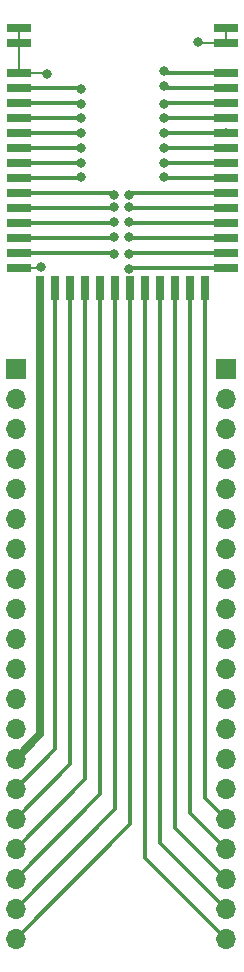
<source format=gbr>
G04 #@! TF.GenerationSoftware,KiCad,Pcbnew,(5.1.5-0-10_14)*
G04 #@! TF.CreationDate,2020-04-30T13:13:03+04:00*
G04 #@! TF.ProjectId,E73-2G4M04S1B-Breakout,4537332d-3247-4344-9d30-345331422d42,A1*
G04 #@! TF.SameCoordinates,Original*
G04 #@! TF.FileFunction,Copper,L1,Top*
G04 #@! TF.FilePolarity,Positive*
%FSLAX46Y46*%
G04 Gerber Fmt 4.6, Leading zero omitted, Abs format (unit mm)*
G04 Created by KiCad (PCBNEW (5.1.5-0-10_14)) date 2020-04-30 13:13:03*
%MOMM*%
%LPD*%
G04 APERTURE LIST*
%ADD10R,2.000000X0.800000*%
%ADD11R,0.800000X2.000000*%
%ADD12O,1.700000X1.700000*%
%ADD13R,1.700000X1.700000*%
%ADD14C,0.800000*%
%ADD15C,0.300000*%
%ADD16C,0.700000*%
%ADD17C,0.127000*%
G04 APERTURE END LIST*
D10*
X161500000Y-72170000D03*
X161500000Y-73440000D03*
X161500000Y-70900000D03*
X161500000Y-69630000D03*
X161500000Y-67090000D03*
X161500000Y-65830000D03*
X161500000Y-82340000D03*
X161500000Y-83610000D03*
X161500000Y-84880000D03*
X161500000Y-86150000D03*
D11*
X159740000Y-87900000D03*
X158470000Y-87900000D03*
X157200000Y-87900000D03*
X155930000Y-87900000D03*
X154660000Y-87900000D03*
X153390000Y-87900000D03*
X152120000Y-87900000D03*
X150850000Y-87900000D03*
X149580000Y-87900000D03*
X148310000Y-87900000D03*
X147040000Y-87900000D03*
X145770000Y-87900000D03*
D10*
X144000000Y-86150000D03*
X144000000Y-84880000D03*
X144000000Y-83610000D03*
X144000000Y-82340000D03*
X144000000Y-81070000D03*
X144000000Y-79800000D03*
X144000000Y-78530000D03*
X144000000Y-75990000D03*
X144000000Y-77260000D03*
X144000000Y-74720000D03*
X144000000Y-73450000D03*
X144000000Y-72180000D03*
X144000000Y-70910000D03*
X144000000Y-69640000D03*
X144000000Y-67100000D03*
X144000000Y-65830000D03*
X161500000Y-77250000D03*
X161500000Y-78520000D03*
X161500000Y-75980000D03*
X161500000Y-74710000D03*
X161500000Y-79790000D03*
X161500000Y-81060000D03*
D12*
X143700000Y-142960000D03*
X143700000Y-140420000D03*
X143700000Y-137880000D03*
X143700000Y-135340000D03*
X143700000Y-132800000D03*
X143700000Y-130260000D03*
X143700000Y-127720000D03*
X143700000Y-125180000D03*
X143700000Y-122640000D03*
X143700000Y-120100000D03*
X143700000Y-117560000D03*
X143700000Y-115020000D03*
X143700000Y-112480000D03*
X143700000Y-109940000D03*
X143700000Y-107400000D03*
X143700000Y-104860000D03*
X143700000Y-102320000D03*
X143700000Y-99780000D03*
X143700000Y-97240000D03*
D13*
X143700000Y-94700000D03*
X161500000Y-94700000D03*
D12*
X161500000Y-97240000D03*
X161500000Y-99780000D03*
X161500000Y-102320000D03*
X161500000Y-104860000D03*
X161500000Y-107400000D03*
X161500000Y-109940000D03*
X161500000Y-112480000D03*
X161500000Y-115020000D03*
X161500000Y-117560000D03*
X161500000Y-120100000D03*
X161500000Y-122640000D03*
X161500000Y-125180000D03*
X161500000Y-127720000D03*
X161500000Y-130260000D03*
X161500000Y-132800000D03*
X161500000Y-135340000D03*
X161500000Y-137880000D03*
X161500000Y-140420000D03*
X161500000Y-142960000D03*
D14*
X146350000Y-69750000D03*
X159100000Y-67050000D03*
X145800000Y-86100000D03*
X152000000Y-85000000D03*
X152000000Y-83500000D03*
X152000000Y-82250000D03*
X152000000Y-81000000D03*
X152000000Y-80000000D03*
X149250000Y-78500000D03*
X149250000Y-77250000D03*
X149250000Y-76000000D03*
X149250000Y-74750000D03*
X149250000Y-73500000D03*
X149250000Y-72250000D03*
X149250000Y-71000000D03*
X156250000Y-69500000D03*
X156250000Y-70750000D03*
X156250000Y-72250000D03*
X156250000Y-73500000D03*
X156250000Y-74750000D03*
X156250000Y-76000000D03*
X156250000Y-77250000D03*
X156250000Y-78500000D03*
X153250000Y-80000000D03*
X153250000Y-81000000D03*
X153250000Y-82250000D03*
X153250000Y-83500000D03*
X153250000Y-85000000D03*
X153250000Y-86250000D03*
D15*
X153390000Y-133270000D02*
X143700000Y-142960000D01*
X153390000Y-87900000D02*
X153390000Y-133270000D01*
X152120000Y-132000000D02*
X143700000Y-140420000D01*
X152120000Y-87900000D02*
X152120000Y-132000000D01*
X150850000Y-130730000D02*
X143700000Y-137880000D01*
X150850000Y-87900000D02*
X150850000Y-130730000D01*
X149580000Y-129460000D02*
X143700000Y-135340000D01*
X149580000Y-87900000D02*
X149580000Y-129460000D01*
X148310000Y-128190000D02*
X143700000Y-132800000D01*
X148310000Y-87900000D02*
X148310000Y-128190000D01*
X147040000Y-126920000D02*
X143700000Y-130260000D01*
X147040000Y-87900000D02*
X147040000Y-126920000D01*
D16*
X145770000Y-125650000D02*
X143700000Y-127720000D01*
X145770000Y-87900000D02*
X145770000Y-125650000D01*
D17*
X144000000Y-69113000D02*
X144000000Y-67100000D01*
X144000000Y-69640000D02*
X144000000Y-69113000D01*
X144000000Y-66573000D02*
X144000000Y-65830000D01*
X144000000Y-67100000D02*
X144000000Y-66573000D01*
X146240000Y-69640000D02*
X146350000Y-69750000D01*
X144000000Y-69640000D02*
X146240000Y-69640000D01*
X161500000Y-65830000D02*
X161500000Y-67090000D01*
X159140000Y-67090000D02*
X159100000Y-67050000D01*
X161500000Y-67090000D02*
X159140000Y-67090000D01*
X145750000Y-86150000D02*
X145800000Y-86100000D01*
X144000000Y-86150000D02*
X145750000Y-86150000D01*
D15*
X151880000Y-84880000D02*
X152000000Y-85000000D01*
X144000000Y-84880000D02*
X151880000Y-84880000D01*
X151890000Y-83610000D02*
X152000000Y-83500000D01*
X144000000Y-83610000D02*
X151890000Y-83610000D01*
X151910000Y-82340000D02*
X152000000Y-82250000D01*
X144000000Y-82340000D02*
X151910000Y-82340000D01*
X151930000Y-81070000D02*
X152000000Y-81000000D01*
X144000000Y-81070000D02*
X151930000Y-81070000D01*
X151800000Y-79800000D02*
X152000000Y-80000000D01*
X144000000Y-79800000D02*
X151800000Y-79800000D01*
X149220000Y-78530000D02*
X149250000Y-78500000D01*
X144000000Y-78530000D02*
X149220000Y-78530000D01*
X149240000Y-77260000D02*
X149250000Y-77250000D01*
X144000000Y-77260000D02*
X149240000Y-77260000D01*
X149240000Y-75990000D02*
X149250000Y-76000000D01*
X144000000Y-75990000D02*
X149240000Y-75990000D01*
X149220000Y-74720000D02*
X149250000Y-74750000D01*
X144000000Y-74720000D02*
X149220000Y-74720000D01*
X149200000Y-73450000D02*
X149250000Y-73500000D01*
X144000000Y-73450000D02*
X149200000Y-73450000D01*
X149180000Y-72180000D02*
X149250000Y-72250000D01*
X144000000Y-72180000D02*
X149180000Y-72180000D01*
X149160000Y-70910000D02*
X149250000Y-71000000D01*
X144000000Y-70910000D02*
X149160000Y-70910000D01*
X156380000Y-69630000D02*
X156250000Y-69500000D01*
X161500000Y-69630000D02*
X156380000Y-69630000D01*
X156400000Y-70900000D02*
X156250000Y-70750000D01*
X161500000Y-70900000D02*
X156400000Y-70900000D01*
X156330000Y-72170000D02*
X156250000Y-72250000D01*
X161500000Y-72170000D02*
X156330000Y-72170000D01*
X156310000Y-73440000D02*
X156250000Y-73500000D01*
X161500000Y-73440000D02*
X156310000Y-73440000D01*
X161500000Y-74710000D02*
X161500000Y-74500000D01*
X156290000Y-74710000D02*
X156250000Y-74750000D01*
X161500000Y-74710000D02*
X156290000Y-74710000D01*
X156270000Y-75980000D02*
X156250000Y-76000000D01*
X161500000Y-75980000D02*
X156270000Y-75980000D01*
X161500000Y-77250000D02*
X156250000Y-77250000D01*
X156270000Y-78520000D02*
X156250000Y-78500000D01*
X161500000Y-78520000D02*
X156270000Y-78520000D01*
X153460000Y-79790000D02*
X153250000Y-80000000D01*
X161500000Y-79790000D02*
X153460000Y-79790000D01*
X153310000Y-81060000D02*
X153250000Y-81000000D01*
X161500000Y-81060000D02*
X153310000Y-81060000D01*
X153340000Y-82340000D02*
X153250000Y-82250000D01*
X161500000Y-82340000D02*
X153340000Y-82340000D01*
X153360000Y-83610000D02*
X153250000Y-83500000D01*
X161500000Y-83610000D02*
X153360000Y-83610000D01*
X161380000Y-85000000D02*
X161500000Y-84880000D01*
X153370000Y-84880000D02*
X153250000Y-85000000D01*
X161500000Y-84880000D02*
X153370000Y-84880000D01*
X161500000Y-86150000D02*
X161650000Y-86150000D01*
X161500000Y-86150000D02*
X161150000Y-86150000D01*
X153350000Y-86150000D02*
X153250000Y-86250000D01*
X161500000Y-86150000D02*
X153350000Y-86150000D01*
X159740000Y-131040000D02*
X161500000Y-132800000D01*
X159740000Y-87900000D02*
X159740000Y-131040000D01*
X158470000Y-132310000D02*
X161500000Y-135340000D01*
X158470000Y-87900000D02*
X158470000Y-132310000D01*
X157200000Y-133580000D02*
X161500000Y-137880000D01*
X157200000Y-87900000D02*
X157200000Y-133580000D01*
X155930000Y-134850000D02*
X161500000Y-140420000D01*
X155930000Y-87900000D02*
X155930000Y-134850000D01*
X154660000Y-136120000D02*
X161500000Y-142960000D01*
X154660000Y-87900000D02*
X154660000Y-136120000D01*
M02*

</source>
